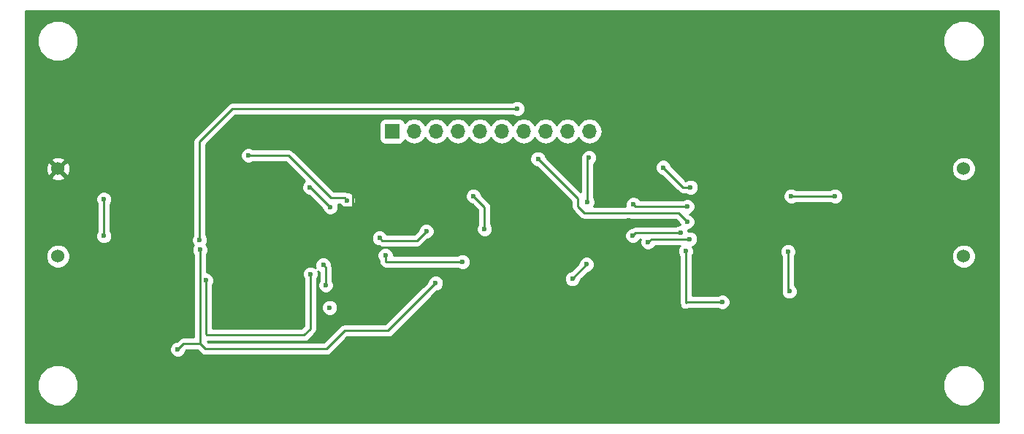
<source format=gbr>
G04 #@! TF.FileFunction,Copper,L2,Bot,Signal*
%FSLAX46Y46*%
G04 Gerber Fmt 4.6, Leading zero omitted, Abs format (unit mm)*
G04 Created by KiCad (PCBNEW 4.0.7) date Sunday, December 31, 2017 'PMt' 04:52:57 PM*
%MOMM*%
%LPD*%
G01*
G04 APERTURE LIST*
%ADD10C,0.100000*%
%ADD11R,1.700000X1.700000*%
%ADD12O,1.700000X1.700000*%
%ADD13C,1.524000*%
%ADD14C,0.600000*%
%ADD15C,0.250000*%
%ADD16C,0.254000*%
G04 APERTURE END LIST*
D10*
D11*
X113760000Y-105500000D03*
D12*
X116300000Y-105500000D03*
X118840000Y-105500000D03*
X121380000Y-105500000D03*
X123920000Y-105500000D03*
X126460000Y-105500000D03*
X129000000Y-105500000D03*
X131540000Y-105500000D03*
X134080000Y-105500000D03*
X136620000Y-105500000D03*
D13*
X75000000Y-120000000D03*
X75000000Y-109840000D03*
X180000000Y-120000000D03*
X180000000Y-109840000D03*
D14*
X88900000Y-130810000D03*
X104272080Y-122062240D03*
X92148660Y-122806460D03*
X118788180Y-123134120D03*
X91457780Y-119250460D03*
X78740000Y-111760000D03*
X78740000Y-118110000D03*
X104140000Y-119380000D03*
X141183360Y-115849400D03*
X130957320Y-118541800D03*
X116022120Y-117342920D03*
X108102400Y-110865920D03*
X159786320Y-124073920D03*
X159633920Y-119461280D03*
X80330040Y-117645180D03*
X80330040Y-113388140D03*
X106512360Y-125958600D03*
X136570720Y-108544360D03*
X136342120Y-113695480D03*
X136291320Y-120954800D03*
X134650480Y-122621040D03*
X128270000Y-102870000D03*
X91440000Y-118110000D03*
X123190000Y-113030000D03*
X124460000Y-116840000D03*
X147944840Y-116001800D03*
X130652520Y-108701840D03*
X141721840Y-114005360D03*
X147944840Y-114233960D03*
X152013920Y-125323600D03*
X147782280Y-119390160D03*
X165100000Y-113030000D03*
X160020000Y-113030000D03*
X97099120Y-108290360D03*
X117718840Y-117094000D03*
X112288320Y-117891560D03*
X108549440Y-113507520D03*
X147177760Y-117307360D03*
X141645640Y-117617240D03*
X148330920Y-112003840D03*
X145181320Y-109697520D03*
X148254720Y-118003320D03*
X143413480Y-118384320D03*
X105760520Y-121031000D03*
X106060240Y-123372880D03*
X121920000Y-120650000D03*
X112958719Y-119903837D03*
X112958719Y-119903837D03*
X104190800Y-112001300D03*
X106583480Y-114310160D03*
D15*
X88900000Y-130810000D02*
X89565480Y-130144520D01*
X89565480Y-130144520D02*
X91457780Y-130144520D01*
X103530400Y-129156460D02*
X104272080Y-128414780D01*
X104272080Y-128414780D02*
X104272080Y-122062240D01*
X92232480Y-129156460D02*
X103530400Y-129156460D01*
X92148660Y-129072640D02*
X92232480Y-129156460D01*
X92148660Y-122806460D02*
X92148660Y-129072640D01*
X108224320Y-128653540D02*
X113268760Y-128653540D01*
X113268760Y-128653540D02*
X118788180Y-123134120D01*
X92082620Y-130769360D02*
X106108500Y-130769360D01*
X106108500Y-130769360D02*
X108224320Y-128653540D01*
X91457780Y-130144520D02*
X92082620Y-130769360D01*
X91457780Y-119250460D02*
X91457780Y-130144520D01*
X78740000Y-118110000D02*
X78740000Y-111760000D01*
X109220000Y-114300000D02*
X109220000Y-111983520D01*
X109220000Y-111983520D02*
X108102400Y-110865920D01*
X107950000Y-114300000D02*
X109220000Y-114300000D01*
X106680000Y-115570000D02*
X107950000Y-114300000D01*
X104140000Y-115570000D02*
X106680000Y-115570000D01*
X104140000Y-119380000D02*
X104140000Y-115570000D01*
X133263640Y-118308120D02*
X135722360Y-115849400D01*
X135722360Y-115849400D02*
X141183360Y-115849400D01*
X131615264Y-118308120D02*
X133263640Y-118308120D01*
X130957320Y-118541800D02*
X131381584Y-118541800D01*
X131381584Y-118541800D02*
X131615264Y-118308120D01*
X112090200Y-116098320D02*
X113334800Y-117342920D01*
X113334800Y-117342920D02*
X116022120Y-117342920D01*
X112090200Y-114853720D02*
X112090200Y-116098320D01*
X108102400Y-110865920D02*
X112090200Y-114853720D01*
X159633920Y-119461280D02*
X159633920Y-123921520D01*
X159633920Y-123921520D02*
X159786320Y-124073920D01*
X80330040Y-113388140D02*
X80330040Y-117645180D01*
X136342120Y-113695480D02*
X136342120Y-108772960D01*
X136342120Y-108772960D02*
X136570720Y-108544360D01*
X134650480Y-122621040D02*
X134650480Y-122595640D01*
X134650480Y-122595640D02*
X136291320Y-120954800D01*
X91440000Y-106680000D02*
X95250000Y-102870000D01*
X95250000Y-102870000D02*
X128270000Y-102870000D01*
X91440000Y-109220000D02*
X91440000Y-106680000D01*
X91440000Y-118110000D02*
X91440000Y-109220000D01*
X124460000Y-116840000D02*
X124460000Y-114300000D01*
X124460000Y-114300000D02*
X123190000Y-113030000D01*
X146872960Y-115006120D02*
X146949160Y-115006120D01*
X146949160Y-115006120D02*
X147944840Y-116001800D01*
X136037320Y-115006120D02*
X146872960Y-115006120D01*
X135265160Y-114233960D02*
X136037320Y-115006120D01*
X135265160Y-113314480D02*
X135265160Y-114233960D01*
X130652520Y-108701840D02*
X135265160Y-113314480D01*
X147944840Y-114233960D02*
X141950440Y-114233960D01*
X141950440Y-114233960D02*
X141721840Y-114005360D01*
X147782280Y-125430280D02*
X147888960Y-125323600D01*
X147888960Y-125323600D02*
X152013920Y-125323600D01*
X147782280Y-119390160D02*
X147782280Y-125430280D01*
X160020000Y-113030000D02*
X165100000Y-113030000D01*
X106634001Y-113207521D02*
X101716840Y-108290360D01*
X101716840Y-108290360D02*
X97099120Y-108290360D01*
X108549440Y-113507520D02*
X108249441Y-113207521D01*
X108249441Y-113207521D02*
X106634001Y-113207521D01*
X112288320Y-117891560D02*
X112588319Y-118191559D01*
X112588319Y-118191559D02*
X116621281Y-118191559D01*
X116621281Y-118191559D02*
X117718840Y-117094000D01*
X108397040Y-113355120D02*
X108549440Y-113507520D01*
X141645640Y-117617240D02*
X141955520Y-117307360D01*
X141955520Y-117307360D02*
X147177760Y-117307360D01*
X145181320Y-109697520D02*
X147487640Y-112003840D01*
X147487640Y-112003840D02*
X148330920Y-112003840D01*
X143413480Y-118384320D02*
X143794480Y-118003320D01*
X143794480Y-118003320D02*
X148254720Y-118003320D01*
X106060240Y-123372880D02*
X106060240Y-121330720D01*
X106060240Y-121330720D02*
X105760520Y-121031000D01*
X112958719Y-120578719D02*
X113030000Y-120650000D01*
X113030000Y-120650000D02*
X121920000Y-120650000D01*
X112958719Y-119903837D02*
X112958719Y-120578719D01*
X106583480Y-114310160D02*
X104274620Y-112001300D01*
X104274620Y-112001300D02*
X104190800Y-112001300D01*
D16*
G36*
X184023000Y-139315000D02*
X71247000Y-139315000D01*
X71247000Y-135472325D01*
X72614587Y-135472325D01*
X72976916Y-136349229D01*
X73647242Y-137020726D01*
X74523513Y-137384585D01*
X75472325Y-137385413D01*
X76349229Y-137023084D01*
X77020726Y-136352758D01*
X77384585Y-135476487D01*
X77384588Y-135472325D01*
X177614587Y-135472325D01*
X177976916Y-136349229D01*
X178647242Y-137020726D01*
X179523513Y-137384585D01*
X180472325Y-137385413D01*
X181349229Y-137023084D01*
X182020726Y-136352758D01*
X182384585Y-135476487D01*
X182385413Y-134527675D01*
X182023084Y-133650771D01*
X181352758Y-132979274D01*
X180476487Y-132615415D01*
X179527675Y-132614587D01*
X178650771Y-132976916D01*
X177979274Y-133647242D01*
X177615415Y-134523513D01*
X177614587Y-135472325D01*
X77384588Y-135472325D01*
X77385413Y-134527675D01*
X77023084Y-133650771D01*
X76352758Y-132979274D01*
X75476487Y-132615415D01*
X74527675Y-132614587D01*
X73650771Y-132976916D01*
X72979274Y-133647242D01*
X72615415Y-134523513D01*
X72614587Y-135472325D01*
X71247000Y-135472325D01*
X71247000Y-130995167D01*
X87964838Y-130995167D01*
X88106883Y-131338943D01*
X88369673Y-131602192D01*
X88713201Y-131744838D01*
X89085167Y-131745162D01*
X89428943Y-131603117D01*
X89692192Y-131340327D01*
X89834838Y-130996799D01*
X89834879Y-130949923D01*
X89880282Y-130904520D01*
X91142978Y-130904520D01*
X91545219Y-131306761D01*
X91791780Y-131471508D01*
X92082620Y-131529360D01*
X106108500Y-131529360D01*
X106399339Y-131471508D01*
X106645901Y-131306761D01*
X108539122Y-129413540D01*
X113268760Y-129413540D01*
X113559599Y-129355688D01*
X113806161Y-129190941D01*
X118927860Y-124069242D01*
X118973347Y-124069282D01*
X119317123Y-123927237D01*
X119580372Y-123664447D01*
X119723018Y-123320919D01*
X119723342Y-122948953D01*
X119664361Y-122806207D01*
X133715318Y-122806207D01*
X133857363Y-123149983D01*
X134120153Y-123413232D01*
X134463681Y-123555878D01*
X134835647Y-123556202D01*
X135179423Y-123414157D01*
X135442672Y-123151367D01*
X135585318Y-122807839D01*
X135585381Y-122735541D01*
X136431000Y-121889922D01*
X136476487Y-121889962D01*
X136820263Y-121747917D01*
X137083512Y-121485127D01*
X137226158Y-121141599D01*
X137226482Y-120769633D01*
X137084437Y-120425857D01*
X136821647Y-120162608D01*
X136478119Y-120019962D01*
X136106153Y-120019638D01*
X135762377Y-120161683D01*
X135499128Y-120424473D01*
X135356482Y-120768001D01*
X135356441Y-120814877D01*
X134485422Y-121685896D01*
X134465313Y-121685878D01*
X134121537Y-121827923D01*
X133858288Y-122090713D01*
X133715642Y-122434241D01*
X133715318Y-122806207D01*
X119664361Y-122806207D01*
X119581297Y-122605177D01*
X119318507Y-122341928D01*
X118974979Y-122199282D01*
X118603013Y-122198958D01*
X118259237Y-122341003D01*
X117995988Y-122603793D01*
X117853342Y-122947321D01*
X117853301Y-122994197D01*
X112953958Y-127893540D01*
X108224320Y-127893540D01*
X107933480Y-127951392D01*
X107686919Y-128116139D01*
X105793698Y-130009360D01*
X92397422Y-130009360D01*
X92304522Y-129916460D01*
X103530400Y-129916460D01*
X103821239Y-129858608D01*
X104067801Y-129693861D01*
X104809481Y-128952181D01*
X104974228Y-128705619D01*
X105032080Y-128414780D01*
X105032080Y-126143767D01*
X105577198Y-126143767D01*
X105719243Y-126487543D01*
X105982033Y-126750792D01*
X106325561Y-126893438D01*
X106697527Y-126893762D01*
X107041303Y-126751717D01*
X107304552Y-126488927D01*
X107447198Y-126145399D01*
X107447522Y-125773433D01*
X107305477Y-125429657D01*
X107042687Y-125166408D01*
X106699159Y-125023762D01*
X106327193Y-125023438D01*
X105983417Y-125165483D01*
X105720168Y-125428273D01*
X105577522Y-125771801D01*
X105577198Y-126143767D01*
X105032080Y-126143767D01*
X105032080Y-122624703D01*
X105064272Y-122592567D01*
X105206918Y-122249039D01*
X105207242Y-121877073D01*
X105153047Y-121745912D01*
X105230193Y-121823192D01*
X105300240Y-121852278D01*
X105300240Y-122810417D01*
X105268048Y-122842553D01*
X105125402Y-123186081D01*
X105125078Y-123558047D01*
X105267123Y-123901823D01*
X105529913Y-124165072D01*
X105873441Y-124307718D01*
X106245407Y-124308042D01*
X106589183Y-124165997D01*
X106852432Y-123903207D01*
X106995078Y-123559679D01*
X106995402Y-123187713D01*
X106853357Y-122843937D01*
X106820240Y-122810762D01*
X106820240Y-121330720D01*
X106762388Y-121039881D01*
X106695600Y-120939925D01*
X106695682Y-120845833D01*
X106553637Y-120502057D01*
X106290847Y-120238808D01*
X105947319Y-120096162D01*
X105575353Y-120095838D01*
X105231577Y-120237883D01*
X104968328Y-120500673D01*
X104825682Y-120844201D01*
X104825358Y-121216167D01*
X104879553Y-121347328D01*
X104802407Y-121270048D01*
X104458879Y-121127402D01*
X104086913Y-121127078D01*
X103743137Y-121269123D01*
X103479888Y-121531913D01*
X103337242Y-121875441D01*
X103336918Y-122247407D01*
X103478963Y-122591183D01*
X103512080Y-122624358D01*
X103512080Y-128099978D01*
X103215598Y-128396460D01*
X92908660Y-128396460D01*
X92908660Y-123368923D01*
X92940852Y-123336787D01*
X93083498Y-122993259D01*
X93083822Y-122621293D01*
X92941777Y-122277517D01*
X92678987Y-122014268D01*
X92335459Y-121871622D01*
X92217780Y-121871519D01*
X92217780Y-120089004D01*
X112023557Y-120089004D01*
X112165602Y-120432780D01*
X112198719Y-120465955D01*
X112198719Y-120578719D01*
X112256571Y-120869558D01*
X112421318Y-121116120D01*
X112492599Y-121187401D01*
X112739161Y-121352148D01*
X113030000Y-121410000D01*
X121357537Y-121410000D01*
X121389673Y-121442192D01*
X121733201Y-121584838D01*
X122105167Y-121585162D01*
X122448943Y-121443117D01*
X122712192Y-121180327D01*
X122854838Y-120836799D01*
X122855162Y-120464833D01*
X122713117Y-120121057D01*
X122450327Y-119857808D01*
X122106799Y-119715162D01*
X121734833Y-119714838D01*
X121391057Y-119856883D01*
X121357882Y-119890000D01*
X113893732Y-119890000D01*
X113893881Y-119718670D01*
X113751836Y-119374894D01*
X113489046Y-119111645D01*
X113145518Y-118968999D01*
X112773552Y-118968675D01*
X112429776Y-119110720D01*
X112166527Y-119373510D01*
X112023881Y-119717038D01*
X112023557Y-120089004D01*
X92217780Y-120089004D01*
X92217780Y-119812923D01*
X92249972Y-119780787D01*
X92392618Y-119437259D01*
X92392942Y-119065293D01*
X92250897Y-118721517D01*
X92200966Y-118671499D01*
X92232192Y-118640327D01*
X92374838Y-118296799D01*
X92375029Y-118076727D01*
X111353158Y-118076727D01*
X111495203Y-118420503D01*
X111757993Y-118683752D01*
X112101521Y-118826398D01*
X112196869Y-118826481D01*
X112297480Y-118893707D01*
X112588319Y-118951559D01*
X116621281Y-118951559D01*
X116912120Y-118893707D01*
X117158682Y-118728960D01*
X117858520Y-118029122D01*
X117904007Y-118029162D01*
X118247783Y-117887117D01*
X118511032Y-117624327D01*
X118653678Y-117280799D01*
X118654002Y-116908833D01*
X118511957Y-116565057D01*
X118249167Y-116301808D01*
X117905639Y-116159162D01*
X117533673Y-116158838D01*
X117189897Y-116300883D01*
X116926648Y-116563673D01*
X116784002Y-116907201D01*
X116783961Y-116954077D01*
X116306479Y-117431559D01*
X113109923Y-117431559D01*
X113081437Y-117362617D01*
X112818647Y-117099368D01*
X112475119Y-116956722D01*
X112103153Y-116956398D01*
X111759377Y-117098443D01*
X111496128Y-117361233D01*
X111353482Y-117704761D01*
X111353158Y-118076727D01*
X92375029Y-118076727D01*
X92375162Y-117924833D01*
X92233117Y-117581057D01*
X92200000Y-117547882D01*
X92200000Y-108475527D01*
X96163958Y-108475527D01*
X96306003Y-108819303D01*
X96568793Y-109082552D01*
X96912321Y-109225198D01*
X97284287Y-109225522D01*
X97628063Y-109083477D01*
X97661238Y-109050360D01*
X101402038Y-109050360D01*
X103610815Y-111259137D01*
X103398608Y-111470973D01*
X103255962Y-111814501D01*
X103255638Y-112186467D01*
X103397683Y-112530243D01*
X103660473Y-112793492D01*
X104004001Y-112936138D01*
X104134770Y-112936252D01*
X105648358Y-114449840D01*
X105648318Y-114495327D01*
X105790363Y-114839103D01*
X106053153Y-115102352D01*
X106396681Y-115244998D01*
X106768647Y-115245322D01*
X107112423Y-115103277D01*
X107375672Y-114840487D01*
X107518318Y-114496959D01*
X107518642Y-114124993D01*
X107453576Y-113967521D01*
X107727837Y-113967521D01*
X107756323Y-114036463D01*
X108019113Y-114299712D01*
X108362641Y-114442358D01*
X108734607Y-114442682D01*
X109078383Y-114300637D01*
X109341632Y-114037847D01*
X109484278Y-113694319D01*
X109484602Y-113322353D01*
X109440314Y-113215167D01*
X122254838Y-113215167D01*
X122396883Y-113558943D01*
X122659673Y-113822192D01*
X123003201Y-113964838D01*
X123050077Y-113964879D01*
X123700000Y-114614802D01*
X123700000Y-116277537D01*
X123667808Y-116309673D01*
X123525162Y-116653201D01*
X123524838Y-117025167D01*
X123666883Y-117368943D01*
X123929673Y-117632192D01*
X124273201Y-117774838D01*
X124645167Y-117775162D01*
X124988943Y-117633117D01*
X125252192Y-117370327D01*
X125394838Y-117026799D01*
X125395162Y-116654833D01*
X125253117Y-116311057D01*
X125220000Y-116277882D01*
X125220000Y-114300000D01*
X125175141Y-114074480D01*
X125162148Y-114009160D01*
X124997401Y-113762599D01*
X124125122Y-112890320D01*
X124125162Y-112844833D01*
X123983117Y-112501057D01*
X123720327Y-112237808D01*
X123376799Y-112095162D01*
X123004833Y-112094838D01*
X122661057Y-112236883D01*
X122397808Y-112499673D01*
X122255162Y-112843201D01*
X122254838Y-113215167D01*
X109440314Y-113215167D01*
X109342557Y-112978577D01*
X109079767Y-112715328D01*
X108736239Y-112572682D01*
X108640891Y-112572599D01*
X108540280Y-112505373D01*
X108249441Y-112447521D01*
X106948803Y-112447521D01*
X103388289Y-108887007D01*
X129717358Y-108887007D01*
X129859403Y-109230783D01*
X130122193Y-109494032D01*
X130465721Y-109636678D01*
X130512597Y-109636719D01*
X134505160Y-113629282D01*
X134505160Y-114233960D01*
X134563012Y-114524799D01*
X134727759Y-114771361D01*
X135499919Y-115543521D01*
X135746481Y-115708268D01*
X136037320Y-115766120D01*
X146634358Y-115766120D01*
X147009718Y-116141480D01*
X147009678Y-116186967D01*
X147086247Y-116372280D01*
X146992593Y-116372198D01*
X146648817Y-116514243D01*
X146615642Y-116547360D01*
X141955520Y-116547360D01*
X141664681Y-116605212D01*
X141664679Y-116605213D01*
X141664680Y-116605213D01*
X141549526Y-116682156D01*
X141460473Y-116682078D01*
X141116697Y-116824123D01*
X140853448Y-117086913D01*
X140710802Y-117430441D01*
X140710478Y-117802407D01*
X140852523Y-118146183D01*
X141115313Y-118409432D01*
X141458841Y-118552078D01*
X141830807Y-118552402D01*
X142174583Y-118410357D01*
X142437832Y-118147567D01*
X142471137Y-118067360D01*
X142532690Y-118067360D01*
X142478642Y-118197521D01*
X142478318Y-118569487D01*
X142620363Y-118913263D01*
X142883153Y-119176512D01*
X143226681Y-119319158D01*
X143598647Y-119319482D01*
X143942423Y-119177437D01*
X144205672Y-118914647D01*
X144268509Y-118763320D01*
X147086770Y-118763320D01*
X146990088Y-118859833D01*
X146847442Y-119203361D01*
X146847118Y-119575327D01*
X146989163Y-119919103D01*
X147022280Y-119952278D01*
X147022280Y-125430280D01*
X147080132Y-125721119D01*
X147244879Y-125967681D01*
X147491441Y-126132428D01*
X147782280Y-126190280D01*
X148073119Y-126132428D01*
X148146195Y-126083600D01*
X151451457Y-126083600D01*
X151483593Y-126115792D01*
X151827121Y-126258438D01*
X152199087Y-126258762D01*
X152542863Y-126116717D01*
X152806112Y-125853927D01*
X152948758Y-125510399D01*
X152949082Y-125138433D01*
X152807037Y-124794657D01*
X152544247Y-124531408D01*
X152200719Y-124388762D01*
X151828753Y-124388438D01*
X151484977Y-124530483D01*
X151451802Y-124563600D01*
X148542280Y-124563600D01*
X148542280Y-119952623D01*
X148574472Y-119920487D01*
X148688263Y-119646447D01*
X158698758Y-119646447D01*
X158840803Y-119990223D01*
X158873920Y-120023398D01*
X158873920Y-123833085D01*
X158851482Y-123887121D01*
X158851158Y-124259087D01*
X158993203Y-124602863D01*
X159255993Y-124866112D01*
X159599521Y-125008758D01*
X159971487Y-125009082D01*
X160315263Y-124867037D01*
X160578512Y-124604247D01*
X160721158Y-124260719D01*
X160721482Y-123888753D01*
X160579437Y-123544977D01*
X160393920Y-123359136D01*
X160393920Y-120276661D01*
X178602758Y-120276661D01*
X178814990Y-120790303D01*
X179207630Y-121183629D01*
X179720900Y-121396757D01*
X180276661Y-121397242D01*
X180790303Y-121185010D01*
X181183629Y-120792370D01*
X181396757Y-120279100D01*
X181397242Y-119723339D01*
X181185010Y-119209697D01*
X180792370Y-118816371D01*
X180279100Y-118603243D01*
X179723339Y-118602758D01*
X179209697Y-118814990D01*
X178816371Y-119207630D01*
X178603243Y-119720900D01*
X178602758Y-120276661D01*
X160393920Y-120276661D01*
X160393920Y-120023743D01*
X160426112Y-119991607D01*
X160568758Y-119648079D01*
X160569082Y-119276113D01*
X160427037Y-118932337D01*
X160164247Y-118669088D01*
X159820719Y-118526442D01*
X159448753Y-118526118D01*
X159104977Y-118668163D01*
X158841728Y-118930953D01*
X158699082Y-119274481D01*
X158698758Y-119646447D01*
X148688263Y-119646447D01*
X148717118Y-119576959D01*
X148717442Y-119204993D01*
X148582905Y-118879388D01*
X148783663Y-118796437D01*
X149046912Y-118533647D01*
X149189558Y-118190119D01*
X149189882Y-117818153D01*
X149047837Y-117474377D01*
X148785047Y-117211128D01*
X148441519Y-117068482D01*
X148090603Y-117068176D01*
X148036353Y-116936880D01*
X148130007Y-116936962D01*
X148473783Y-116794917D01*
X148737032Y-116532127D01*
X148879678Y-116188599D01*
X148880002Y-115816633D01*
X148737957Y-115472857D01*
X148475167Y-115209608D01*
X148254143Y-115117830D01*
X148473783Y-115027077D01*
X148737032Y-114764287D01*
X148879678Y-114420759D01*
X148880002Y-114048793D01*
X148737957Y-113705017D01*
X148475167Y-113441768D01*
X148131639Y-113299122D01*
X147759673Y-113298798D01*
X147415897Y-113440843D01*
X147382722Y-113473960D01*
X142512504Y-113473960D01*
X142254163Y-113215167D01*
X159084838Y-113215167D01*
X159226883Y-113558943D01*
X159489673Y-113822192D01*
X159833201Y-113964838D01*
X160205167Y-113965162D01*
X160548943Y-113823117D01*
X160582118Y-113790000D01*
X164537537Y-113790000D01*
X164569673Y-113822192D01*
X164913201Y-113964838D01*
X165285167Y-113965162D01*
X165628943Y-113823117D01*
X165892192Y-113560327D01*
X166034838Y-113216799D01*
X166035162Y-112844833D01*
X165893117Y-112501057D01*
X165630327Y-112237808D01*
X165286799Y-112095162D01*
X164914833Y-112094838D01*
X164571057Y-112236883D01*
X164537882Y-112270000D01*
X160582463Y-112270000D01*
X160550327Y-112237808D01*
X160206799Y-112095162D01*
X159834833Y-112094838D01*
X159491057Y-112236883D01*
X159227808Y-112499673D01*
X159085162Y-112843201D01*
X159084838Y-113215167D01*
X142254163Y-113215167D01*
X142252167Y-113213168D01*
X141908639Y-113070522D01*
X141536673Y-113070198D01*
X141192897Y-113212243D01*
X140929648Y-113475033D01*
X140787002Y-113818561D01*
X140786678Y-114190527D01*
X140809649Y-114246120D01*
X137113964Y-114246120D01*
X137134312Y-114225807D01*
X137276958Y-113882279D01*
X137277282Y-113510313D01*
X137135237Y-113166537D01*
X137102120Y-113133362D01*
X137102120Y-109882687D01*
X144246158Y-109882687D01*
X144388203Y-110226463D01*
X144650993Y-110489712D01*
X144994521Y-110632358D01*
X145041397Y-110632399D01*
X146950239Y-112541241D01*
X147196801Y-112705988D01*
X147487640Y-112763840D01*
X147768457Y-112763840D01*
X147800593Y-112796032D01*
X148144121Y-112938678D01*
X148516087Y-112939002D01*
X148859863Y-112796957D01*
X149123112Y-112534167D01*
X149265758Y-112190639D01*
X149266082Y-111818673D01*
X149124037Y-111474897D01*
X148861247Y-111211648D01*
X148517719Y-111069002D01*
X148145753Y-111068678D01*
X147801977Y-111210723D01*
X147785637Y-111227035D01*
X146675263Y-110116661D01*
X178602758Y-110116661D01*
X178814990Y-110630303D01*
X179207630Y-111023629D01*
X179720900Y-111236757D01*
X180276661Y-111237242D01*
X180790303Y-111025010D01*
X181183629Y-110632370D01*
X181396757Y-110119100D01*
X181397242Y-109563339D01*
X181185010Y-109049697D01*
X180792370Y-108656371D01*
X180279100Y-108443243D01*
X179723339Y-108442758D01*
X179209697Y-108654990D01*
X178816371Y-109047630D01*
X178603243Y-109560900D01*
X178602758Y-110116661D01*
X146675263Y-110116661D01*
X146116442Y-109557840D01*
X146116482Y-109512353D01*
X145974437Y-109168577D01*
X145711647Y-108905328D01*
X145368119Y-108762682D01*
X144996153Y-108762358D01*
X144652377Y-108904403D01*
X144389128Y-109167193D01*
X144246482Y-109510721D01*
X144246158Y-109882687D01*
X137102120Y-109882687D01*
X137102120Y-109335024D01*
X137362912Y-109074687D01*
X137505558Y-108731159D01*
X137505882Y-108359193D01*
X137363837Y-108015417D01*
X137101047Y-107752168D01*
X136757519Y-107609522D01*
X136385553Y-107609198D01*
X136041777Y-107751243D01*
X135778528Y-108014033D01*
X135635882Y-108357561D01*
X135635755Y-108503321D01*
X135582120Y-108772960D01*
X135582120Y-112556638D01*
X131587642Y-108562160D01*
X131587682Y-108516673D01*
X131445637Y-108172897D01*
X131182847Y-107909648D01*
X130839319Y-107767002D01*
X130467353Y-107766678D01*
X130123577Y-107908723D01*
X129860328Y-108171513D01*
X129717682Y-108515041D01*
X129717358Y-108887007D01*
X103388289Y-108887007D01*
X102254241Y-107752959D01*
X102007679Y-107588212D01*
X101716840Y-107530360D01*
X97661583Y-107530360D01*
X97629447Y-107498168D01*
X97285919Y-107355522D01*
X96913953Y-107355198D01*
X96570177Y-107497243D01*
X96306928Y-107760033D01*
X96164282Y-108103561D01*
X96163958Y-108475527D01*
X92200000Y-108475527D01*
X92200000Y-106994802D01*
X94544802Y-104650000D01*
X112262560Y-104650000D01*
X112262560Y-106350000D01*
X112306838Y-106585317D01*
X112445910Y-106801441D01*
X112658110Y-106946431D01*
X112910000Y-106997440D01*
X114610000Y-106997440D01*
X114845317Y-106953162D01*
X115061441Y-106814090D01*
X115206431Y-106601890D01*
X115220086Y-106534459D01*
X115249946Y-106579147D01*
X115731715Y-106901054D01*
X116300000Y-107014093D01*
X116868285Y-106901054D01*
X117350054Y-106579147D01*
X117570000Y-106249974D01*
X117789946Y-106579147D01*
X118271715Y-106901054D01*
X118840000Y-107014093D01*
X119408285Y-106901054D01*
X119890054Y-106579147D01*
X120110000Y-106249974D01*
X120329946Y-106579147D01*
X120811715Y-106901054D01*
X121380000Y-107014093D01*
X121948285Y-106901054D01*
X122430054Y-106579147D01*
X122650000Y-106249974D01*
X122869946Y-106579147D01*
X123351715Y-106901054D01*
X123920000Y-107014093D01*
X124488285Y-106901054D01*
X124970054Y-106579147D01*
X125190000Y-106249974D01*
X125409946Y-106579147D01*
X125891715Y-106901054D01*
X126460000Y-107014093D01*
X127028285Y-106901054D01*
X127510054Y-106579147D01*
X127730000Y-106249974D01*
X127949946Y-106579147D01*
X128431715Y-106901054D01*
X129000000Y-107014093D01*
X129568285Y-106901054D01*
X130050054Y-106579147D01*
X130270000Y-106249974D01*
X130489946Y-106579147D01*
X130971715Y-106901054D01*
X131540000Y-107014093D01*
X132108285Y-106901054D01*
X132590054Y-106579147D01*
X132810000Y-106249974D01*
X133029946Y-106579147D01*
X133511715Y-106901054D01*
X134080000Y-107014093D01*
X134648285Y-106901054D01*
X135130054Y-106579147D01*
X135350000Y-106249974D01*
X135569946Y-106579147D01*
X136051715Y-106901054D01*
X136620000Y-107014093D01*
X137188285Y-106901054D01*
X137670054Y-106579147D01*
X137991961Y-106097378D01*
X138105000Y-105529093D01*
X138105000Y-105470907D01*
X137991961Y-104902622D01*
X137670054Y-104420853D01*
X137188285Y-104098946D01*
X136620000Y-103985907D01*
X136051715Y-104098946D01*
X135569946Y-104420853D01*
X135350000Y-104750026D01*
X135130054Y-104420853D01*
X134648285Y-104098946D01*
X134080000Y-103985907D01*
X133511715Y-104098946D01*
X133029946Y-104420853D01*
X132810000Y-104750026D01*
X132590054Y-104420853D01*
X132108285Y-104098946D01*
X131540000Y-103985907D01*
X130971715Y-104098946D01*
X130489946Y-104420853D01*
X130270000Y-104750026D01*
X130050054Y-104420853D01*
X129568285Y-104098946D01*
X129000000Y-103985907D01*
X128431715Y-104098946D01*
X127949946Y-104420853D01*
X127730000Y-104750026D01*
X127510054Y-104420853D01*
X127028285Y-104098946D01*
X126460000Y-103985907D01*
X125891715Y-104098946D01*
X125409946Y-104420853D01*
X125190000Y-104750026D01*
X124970054Y-104420853D01*
X124488285Y-104098946D01*
X123920000Y-103985907D01*
X123351715Y-104098946D01*
X122869946Y-104420853D01*
X122650000Y-104750026D01*
X122430054Y-104420853D01*
X121948285Y-104098946D01*
X121380000Y-103985907D01*
X120811715Y-104098946D01*
X120329946Y-104420853D01*
X120110000Y-104750026D01*
X119890054Y-104420853D01*
X119408285Y-104098946D01*
X118840000Y-103985907D01*
X118271715Y-104098946D01*
X117789946Y-104420853D01*
X117570000Y-104750026D01*
X117350054Y-104420853D01*
X116868285Y-104098946D01*
X116300000Y-103985907D01*
X115731715Y-104098946D01*
X115249946Y-104420853D01*
X115222150Y-104462452D01*
X115213162Y-104414683D01*
X115074090Y-104198559D01*
X114861890Y-104053569D01*
X114610000Y-104002560D01*
X112910000Y-104002560D01*
X112674683Y-104046838D01*
X112458559Y-104185910D01*
X112313569Y-104398110D01*
X112262560Y-104650000D01*
X94544802Y-104650000D01*
X95564802Y-103630000D01*
X127707537Y-103630000D01*
X127739673Y-103662192D01*
X128083201Y-103804838D01*
X128455167Y-103805162D01*
X128798943Y-103663117D01*
X129062192Y-103400327D01*
X129204838Y-103056799D01*
X129205162Y-102684833D01*
X129063117Y-102341057D01*
X128800327Y-102077808D01*
X128456799Y-101935162D01*
X128084833Y-101934838D01*
X127741057Y-102076883D01*
X127707882Y-102110000D01*
X95250000Y-102110000D01*
X94959161Y-102167852D01*
X94712599Y-102332599D01*
X90902599Y-106142599D01*
X90737852Y-106389161D01*
X90680000Y-106680000D01*
X90680000Y-117547537D01*
X90647808Y-117579673D01*
X90505162Y-117923201D01*
X90504838Y-118295167D01*
X90646883Y-118638943D01*
X90696814Y-118688961D01*
X90665588Y-118720133D01*
X90522942Y-119063661D01*
X90522618Y-119435627D01*
X90664663Y-119779403D01*
X90697780Y-119812578D01*
X90697780Y-129384520D01*
X89565480Y-129384520D01*
X89274641Y-129442372D01*
X89028079Y-129607119D01*
X88760320Y-129874878D01*
X88714833Y-129874838D01*
X88371057Y-130016883D01*
X88107808Y-130279673D01*
X87965162Y-130623201D01*
X87964838Y-130995167D01*
X71247000Y-130995167D01*
X71247000Y-120276661D01*
X73602758Y-120276661D01*
X73814990Y-120790303D01*
X74207630Y-121183629D01*
X74720900Y-121396757D01*
X75276661Y-121397242D01*
X75790303Y-121185010D01*
X76183629Y-120792370D01*
X76396757Y-120279100D01*
X76397242Y-119723339D01*
X76185010Y-119209697D01*
X75792370Y-118816371D01*
X75279100Y-118603243D01*
X74723339Y-118602758D01*
X74209697Y-118814990D01*
X73816371Y-119207630D01*
X73603243Y-119720900D01*
X73602758Y-120276661D01*
X71247000Y-120276661D01*
X71247000Y-113573307D01*
X79394878Y-113573307D01*
X79536923Y-113917083D01*
X79570040Y-113950258D01*
X79570040Y-117082717D01*
X79537848Y-117114853D01*
X79395202Y-117458381D01*
X79394878Y-117830347D01*
X79536923Y-118174123D01*
X79799713Y-118437372D01*
X80143241Y-118580018D01*
X80515207Y-118580342D01*
X80858983Y-118438297D01*
X81122232Y-118175507D01*
X81264878Y-117831979D01*
X81265202Y-117460013D01*
X81123157Y-117116237D01*
X81090040Y-117083062D01*
X81090040Y-113950603D01*
X81122232Y-113918467D01*
X81264878Y-113574939D01*
X81265202Y-113202973D01*
X81123157Y-112859197D01*
X80860367Y-112595948D01*
X80516839Y-112453302D01*
X80144873Y-112452978D01*
X79801097Y-112595023D01*
X79537848Y-112857813D01*
X79395202Y-113201341D01*
X79394878Y-113573307D01*
X71247000Y-113573307D01*
X71247000Y-110820213D01*
X74199392Y-110820213D01*
X74268857Y-111062397D01*
X74792302Y-111249144D01*
X75347368Y-111221362D01*
X75731143Y-111062397D01*
X75800608Y-110820213D01*
X75000000Y-110019605D01*
X74199392Y-110820213D01*
X71247000Y-110820213D01*
X71247000Y-109632302D01*
X73590856Y-109632302D01*
X73618638Y-110187368D01*
X73777603Y-110571143D01*
X74019787Y-110640608D01*
X74820395Y-109840000D01*
X75179605Y-109840000D01*
X75980213Y-110640608D01*
X76222397Y-110571143D01*
X76409144Y-110047698D01*
X76381362Y-109492632D01*
X76222397Y-109108857D01*
X75980213Y-109039392D01*
X75179605Y-109840000D01*
X74820395Y-109840000D01*
X74019787Y-109039392D01*
X73777603Y-109108857D01*
X73590856Y-109632302D01*
X71247000Y-109632302D01*
X71247000Y-108859787D01*
X74199392Y-108859787D01*
X75000000Y-109660395D01*
X75800608Y-108859787D01*
X75731143Y-108617603D01*
X75207698Y-108430856D01*
X74652632Y-108458638D01*
X74268857Y-108617603D01*
X74199392Y-108859787D01*
X71247000Y-108859787D01*
X71247000Y-95472325D01*
X72614587Y-95472325D01*
X72976916Y-96349229D01*
X73647242Y-97020726D01*
X74523513Y-97384585D01*
X75472325Y-97385413D01*
X76349229Y-97023084D01*
X77020726Y-96352758D01*
X77384585Y-95476487D01*
X77384588Y-95472325D01*
X177614587Y-95472325D01*
X177976916Y-96349229D01*
X178647242Y-97020726D01*
X179523513Y-97384585D01*
X180472325Y-97385413D01*
X181349229Y-97023084D01*
X182020726Y-96352758D01*
X182384585Y-95476487D01*
X182385413Y-94527675D01*
X182023084Y-93650771D01*
X181352758Y-92979274D01*
X180476487Y-92615415D01*
X179527675Y-92614587D01*
X178650771Y-92976916D01*
X177979274Y-93647242D01*
X177615415Y-94523513D01*
X177614587Y-95472325D01*
X77384588Y-95472325D01*
X77385413Y-94527675D01*
X77023084Y-93650771D01*
X76352758Y-92979274D01*
X75476487Y-92615415D01*
X74527675Y-92614587D01*
X73650771Y-92976916D01*
X72979274Y-93647242D01*
X72615415Y-94523513D01*
X72614587Y-95472325D01*
X71247000Y-95472325D01*
X71247000Y-91567000D01*
X184023000Y-91567000D01*
X184023000Y-139315000D01*
X184023000Y-139315000D01*
G37*
X184023000Y-139315000D02*
X71247000Y-139315000D01*
X71247000Y-135472325D01*
X72614587Y-135472325D01*
X72976916Y-136349229D01*
X73647242Y-137020726D01*
X74523513Y-137384585D01*
X75472325Y-137385413D01*
X76349229Y-137023084D01*
X77020726Y-136352758D01*
X77384585Y-135476487D01*
X77384588Y-135472325D01*
X177614587Y-135472325D01*
X177976916Y-136349229D01*
X178647242Y-137020726D01*
X179523513Y-137384585D01*
X180472325Y-137385413D01*
X181349229Y-137023084D01*
X182020726Y-136352758D01*
X182384585Y-135476487D01*
X182385413Y-134527675D01*
X182023084Y-133650771D01*
X181352758Y-132979274D01*
X180476487Y-132615415D01*
X179527675Y-132614587D01*
X178650771Y-132976916D01*
X177979274Y-133647242D01*
X177615415Y-134523513D01*
X177614587Y-135472325D01*
X77384588Y-135472325D01*
X77385413Y-134527675D01*
X77023084Y-133650771D01*
X76352758Y-132979274D01*
X75476487Y-132615415D01*
X74527675Y-132614587D01*
X73650771Y-132976916D01*
X72979274Y-133647242D01*
X72615415Y-134523513D01*
X72614587Y-135472325D01*
X71247000Y-135472325D01*
X71247000Y-130995167D01*
X87964838Y-130995167D01*
X88106883Y-131338943D01*
X88369673Y-131602192D01*
X88713201Y-131744838D01*
X89085167Y-131745162D01*
X89428943Y-131603117D01*
X89692192Y-131340327D01*
X89834838Y-130996799D01*
X89834879Y-130949923D01*
X89880282Y-130904520D01*
X91142978Y-130904520D01*
X91545219Y-131306761D01*
X91791780Y-131471508D01*
X92082620Y-131529360D01*
X106108500Y-131529360D01*
X106399339Y-131471508D01*
X106645901Y-131306761D01*
X108539122Y-129413540D01*
X113268760Y-129413540D01*
X113559599Y-129355688D01*
X113806161Y-129190941D01*
X118927860Y-124069242D01*
X118973347Y-124069282D01*
X119317123Y-123927237D01*
X119580372Y-123664447D01*
X119723018Y-123320919D01*
X119723342Y-122948953D01*
X119664361Y-122806207D01*
X133715318Y-122806207D01*
X133857363Y-123149983D01*
X134120153Y-123413232D01*
X134463681Y-123555878D01*
X134835647Y-123556202D01*
X135179423Y-123414157D01*
X135442672Y-123151367D01*
X135585318Y-122807839D01*
X135585381Y-122735541D01*
X136431000Y-121889922D01*
X136476487Y-121889962D01*
X136820263Y-121747917D01*
X137083512Y-121485127D01*
X137226158Y-121141599D01*
X137226482Y-120769633D01*
X137084437Y-120425857D01*
X136821647Y-120162608D01*
X136478119Y-120019962D01*
X136106153Y-120019638D01*
X135762377Y-120161683D01*
X135499128Y-120424473D01*
X135356482Y-120768001D01*
X135356441Y-120814877D01*
X134485422Y-121685896D01*
X134465313Y-121685878D01*
X134121537Y-121827923D01*
X133858288Y-122090713D01*
X133715642Y-122434241D01*
X133715318Y-122806207D01*
X119664361Y-122806207D01*
X119581297Y-122605177D01*
X119318507Y-122341928D01*
X118974979Y-122199282D01*
X118603013Y-122198958D01*
X118259237Y-122341003D01*
X117995988Y-122603793D01*
X117853342Y-122947321D01*
X117853301Y-122994197D01*
X112953958Y-127893540D01*
X108224320Y-127893540D01*
X107933480Y-127951392D01*
X107686919Y-128116139D01*
X105793698Y-130009360D01*
X92397422Y-130009360D01*
X92304522Y-129916460D01*
X103530400Y-129916460D01*
X103821239Y-129858608D01*
X104067801Y-129693861D01*
X104809481Y-128952181D01*
X104974228Y-128705619D01*
X105032080Y-128414780D01*
X105032080Y-126143767D01*
X105577198Y-126143767D01*
X105719243Y-126487543D01*
X105982033Y-126750792D01*
X106325561Y-126893438D01*
X106697527Y-126893762D01*
X107041303Y-126751717D01*
X107304552Y-126488927D01*
X107447198Y-126145399D01*
X107447522Y-125773433D01*
X107305477Y-125429657D01*
X107042687Y-125166408D01*
X106699159Y-125023762D01*
X106327193Y-125023438D01*
X105983417Y-125165483D01*
X105720168Y-125428273D01*
X105577522Y-125771801D01*
X105577198Y-126143767D01*
X105032080Y-126143767D01*
X105032080Y-122624703D01*
X105064272Y-122592567D01*
X105206918Y-122249039D01*
X105207242Y-121877073D01*
X105153047Y-121745912D01*
X105230193Y-121823192D01*
X105300240Y-121852278D01*
X105300240Y-122810417D01*
X105268048Y-122842553D01*
X105125402Y-123186081D01*
X105125078Y-123558047D01*
X105267123Y-123901823D01*
X105529913Y-124165072D01*
X105873441Y-124307718D01*
X106245407Y-124308042D01*
X106589183Y-124165997D01*
X106852432Y-123903207D01*
X106995078Y-123559679D01*
X106995402Y-123187713D01*
X106853357Y-122843937D01*
X106820240Y-122810762D01*
X106820240Y-121330720D01*
X106762388Y-121039881D01*
X106695600Y-120939925D01*
X106695682Y-120845833D01*
X106553637Y-120502057D01*
X106290847Y-120238808D01*
X105947319Y-120096162D01*
X105575353Y-120095838D01*
X105231577Y-120237883D01*
X104968328Y-120500673D01*
X104825682Y-120844201D01*
X104825358Y-121216167D01*
X104879553Y-121347328D01*
X104802407Y-121270048D01*
X104458879Y-121127402D01*
X104086913Y-121127078D01*
X103743137Y-121269123D01*
X103479888Y-121531913D01*
X103337242Y-121875441D01*
X103336918Y-122247407D01*
X103478963Y-122591183D01*
X103512080Y-122624358D01*
X103512080Y-128099978D01*
X103215598Y-128396460D01*
X92908660Y-128396460D01*
X92908660Y-123368923D01*
X92940852Y-123336787D01*
X93083498Y-122993259D01*
X93083822Y-122621293D01*
X92941777Y-122277517D01*
X92678987Y-122014268D01*
X92335459Y-121871622D01*
X92217780Y-121871519D01*
X92217780Y-120089004D01*
X112023557Y-120089004D01*
X112165602Y-120432780D01*
X112198719Y-120465955D01*
X112198719Y-120578719D01*
X112256571Y-120869558D01*
X112421318Y-121116120D01*
X112492599Y-121187401D01*
X112739161Y-121352148D01*
X113030000Y-121410000D01*
X121357537Y-121410000D01*
X121389673Y-121442192D01*
X121733201Y-121584838D01*
X122105167Y-121585162D01*
X122448943Y-121443117D01*
X122712192Y-121180327D01*
X122854838Y-120836799D01*
X122855162Y-120464833D01*
X122713117Y-120121057D01*
X122450327Y-119857808D01*
X122106799Y-119715162D01*
X121734833Y-119714838D01*
X121391057Y-119856883D01*
X121357882Y-119890000D01*
X113893732Y-119890000D01*
X113893881Y-119718670D01*
X113751836Y-119374894D01*
X113489046Y-119111645D01*
X113145518Y-118968999D01*
X112773552Y-118968675D01*
X112429776Y-119110720D01*
X112166527Y-119373510D01*
X112023881Y-119717038D01*
X112023557Y-120089004D01*
X92217780Y-120089004D01*
X92217780Y-119812923D01*
X92249972Y-119780787D01*
X92392618Y-119437259D01*
X92392942Y-119065293D01*
X92250897Y-118721517D01*
X92200966Y-118671499D01*
X92232192Y-118640327D01*
X92374838Y-118296799D01*
X92375029Y-118076727D01*
X111353158Y-118076727D01*
X111495203Y-118420503D01*
X111757993Y-118683752D01*
X112101521Y-118826398D01*
X112196869Y-118826481D01*
X112297480Y-118893707D01*
X112588319Y-118951559D01*
X116621281Y-118951559D01*
X116912120Y-118893707D01*
X117158682Y-118728960D01*
X117858520Y-118029122D01*
X117904007Y-118029162D01*
X118247783Y-117887117D01*
X118511032Y-117624327D01*
X118653678Y-117280799D01*
X118654002Y-116908833D01*
X118511957Y-116565057D01*
X118249167Y-116301808D01*
X117905639Y-116159162D01*
X117533673Y-116158838D01*
X117189897Y-116300883D01*
X116926648Y-116563673D01*
X116784002Y-116907201D01*
X116783961Y-116954077D01*
X116306479Y-117431559D01*
X113109923Y-117431559D01*
X113081437Y-117362617D01*
X112818647Y-117099368D01*
X112475119Y-116956722D01*
X112103153Y-116956398D01*
X111759377Y-117098443D01*
X111496128Y-117361233D01*
X111353482Y-117704761D01*
X111353158Y-118076727D01*
X92375029Y-118076727D01*
X92375162Y-117924833D01*
X92233117Y-117581057D01*
X92200000Y-117547882D01*
X92200000Y-108475527D01*
X96163958Y-108475527D01*
X96306003Y-108819303D01*
X96568793Y-109082552D01*
X96912321Y-109225198D01*
X97284287Y-109225522D01*
X97628063Y-109083477D01*
X97661238Y-109050360D01*
X101402038Y-109050360D01*
X103610815Y-111259137D01*
X103398608Y-111470973D01*
X103255962Y-111814501D01*
X103255638Y-112186467D01*
X103397683Y-112530243D01*
X103660473Y-112793492D01*
X104004001Y-112936138D01*
X104134770Y-112936252D01*
X105648358Y-114449840D01*
X105648318Y-114495327D01*
X105790363Y-114839103D01*
X106053153Y-115102352D01*
X106396681Y-115244998D01*
X106768647Y-115245322D01*
X107112423Y-115103277D01*
X107375672Y-114840487D01*
X107518318Y-114496959D01*
X107518642Y-114124993D01*
X107453576Y-113967521D01*
X107727837Y-113967521D01*
X107756323Y-114036463D01*
X108019113Y-114299712D01*
X108362641Y-114442358D01*
X108734607Y-114442682D01*
X109078383Y-114300637D01*
X109341632Y-114037847D01*
X109484278Y-113694319D01*
X109484602Y-113322353D01*
X109440314Y-113215167D01*
X122254838Y-113215167D01*
X122396883Y-113558943D01*
X122659673Y-113822192D01*
X123003201Y-113964838D01*
X123050077Y-113964879D01*
X123700000Y-114614802D01*
X123700000Y-116277537D01*
X123667808Y-116309673D01*
X123525162Y-116653201D01*
X123524838Y-117025167D01*
X123666883Y-117368943D01*
X123929673Y-117632192D01*
X124273201Y-117774838D01*
X124645167Y-117775162D01*
X124988943Y-117633117D01*
X125252192Y-117370327D01*
X125394838Y-117026799D01*
X125395162Y-116654833D01*
X125253117Y-116311057D01*
X125220000Y-116277882D01*
X125220000Y-114300000D01*
X125175141Y-114074480D01*
X125162148Y-114009160D01*
X124997401Y-113762599D01*
X124125122Y-112890320D01*
X124125162Y-112844833D01*
X123983117Y-112501057D01*
X123720327Y-112237808D01*
X123376799Y-112095162D01*
X123004833Y-112094838D01*
X122661057Y-112236883D01*
X122397808Y-112499673D01*
X122255162Y-112843201D01*
X122254838Y-113215167D01*
X109440314Y-113215167D01*
X109342557Y-112978577D01*
X109079767Y-112715328D01*
X108736239Y-112572682D01*
X108640891Y-112572599D01*
X108540280Y-112505373D01*
X108249441Y-112447521D01*
X106948803Y-112447521D01*
X103388289Y-108887007D01*
X129717358Y-108887007D01*
X129859403Y-109230783D01*
X130122193Y-109494032D01*
X130465721Y-109636678D01*
X130512597Y-109636719D01*
X134505160Y-113629282D01*
X134505160Y-114233960D01*
X134563012Y-114524799D01*
X134727759Y-114771361D01*
X135499919Y-115543521D01*
X135746481Y-115708268D01*
X136037320Y-115766120D01*
X146634358Y-115766120D01*
X147009718Y-116141480D01*
X147009678Y-116186967D01*
X147086247Y-116372280D01*
X146992593Y-116372198D01*
X146648817Y-116514243D01*
X146615642Y-116547360D01*
X141955520Y-116547360D01*
X141664681Y-116605212D01*
X141664679Y-116605213D01*
X141664680Y-116605213D01*
X141549526Y-116682156D01*
X141460473Y-116682078D01*
X141116697Y-116824123D01*
X140853448Y-117086913D01*
X140710802Y-117430441D01*
X140710478Y-117802407D01*
X140852523Y-118146183D01*
X141115313Y-118409432D01*
X141458841Y-118552078D01*
X141830807Y-118552402D01*
X142174583Y-118410357D01*
X142437832Y-118147567D01*
X142471137Y-118067360D01*
X142532690Y-118067360D01*
X142478642Y-118197521D01*
X142478318Y-118569487D01*
X142620363Y-118913263D01*
X142883153Y-119176512D01*
X143226681Y-119319158D01*
X143598647Y-119319482D01*
X143942423Y-119177437D01*
X144205672Y-118914647D01*
X144268509Y-118763320D01*
X147086770Y-118763320D01*
X146990088Y-118859833D01*
X146847442Y-119203361D01*
X146847118Y-119575327D01*
X146989163Y-119919103D01*
X147022280Y-119952278D01*
X147022280Y-125430280D01*
X147080132Y-125721119D01*
X147244879Y-125967681D01*
X147491441Y-126132428D01*
X147782280Y-126190280D01*
X148073119Y-126132428D01*
X148146195Y-126083600D01*
X151451457Y-126083600D01*
X151483593Y-126115792D01*
X151827121Y-126258438D01*
X152199087Y-126258762D01*
X152542863Y-126116717D01*
X152806112Y-125853927D01*
X152948758Y-125510399D01*
X152949082Y-125138433D01*
X152807037Y-124794657D01*
X152544247Y-124531408D01*
X152200719Y-124388762D01*
X151828753Y-124388438D01*
X151484977Y-124530483D01*
X151451802Y-124563600D01*
X148542280Y-124563600D01*
X148542280Y-119952623D01*
X148574472Y-119920487D01*
X148688263Y-119646447D01*
X158698758Y-119646447D01*
X158840803Y-119990223D01*
X158873920Y-120023398D01*
X158873920Y-123833085D01*
X158851482Y-123887121D01*
X158851158Y-124259087D01*
X158993203Y-124602863D01*
X159255993Y-124866112D01*
X159599521Y-125008758D01*
X159971487Y-125009082D01*
X160315263Y-124867037D01*
X160578512Y-124604247D01*
X160721158Y-124260719D01*
X160721482Y-123888753D01*
X160579437Y-123544977D01*
X160393920Y-123359136D01*
X160393920Y-120276661D01*
X178602758Y-120276661D01*
X178814990Y-120790303D01*
X179207630Y-121183629D01*
X179720900Y-121396757D01*
X180276661Y-121397242D01*
X180790303Y-121185010D01*
X181183629Y-120792370D01*
X181396757Y-120279100D01*
X181397242Y-119723339D01*
X181185010Y-119209697D01*
X180792370Y-118816371D01*
X180279100Y-118603243D01*
X179723339Y-118602758D01*
X179209697Y-118814990D01*
X178816371Y-119207630D01*
X178603243Y-119720900D01*
X178602758Y-120276661D01*
X160393920Y-120276661D01*
X160393920Y-120023743D01*
X160426112Y-119991607D01*
X160568758Y-119648079D01*
X160569082Y-119276113D01*
X160427037Y-118932337D01*
X160164247Y-118669088D01*
X159820719Y-118526442D01*
X159448753Y-118526118D01*
X159104977Y-118668163D01*
X158841728Y-118930953D01*
X158699082Y-119274481D01*
X158698758Y-119646447D01*
X148688263Y-119646447D01*
X148717118Y-119576959D01*
X148717442Y-119204993D01*
X148582905Y-118879388D01*
X148783663Y-118796437D01*
X149046912Y-118533647D01*
X149189558Y-118190119D01*
X149189882Y-117818153D01*
X149047837Y-117474377D01*
X148785047Y-117211128D01*
X148441519Y-117068482D01*
X148090603Y-117068176D01*
X148036353Y-116936880D01*
X148130007Y-116936962D01*
X148473783Y-116794917D01*
X148737032Y-116532127D01*
X148879678Y-116188599D01*
X148880002Y-115816633D01*
X148737957Y-115472857D01*
X148475167Y-115209608D01*
X148254143Y-115117830D01*
X148473783Y-115027077D01*
X148737032Y-114764287D01*
X148879678Y-114420759D01*
X148880002Y-114048793D01*
X148737957Y-113705017D01*
X148475167Y-113441768D01*
X148131639Y-113299122D01*
X147759673Y-113298798D01*
X147415897Y-113440843D01*
X147382722Y-113473960D01*
X142512504Y-113473960D01*
X142254163Y-113215167D01*
X159084838Y-113215167D01*
X159226883Y-113558943D01*
X159489673Y-113822192D01*
X159833201Y-113964838D01*
X160205167Y-113965162D01*
X160548943Y-113823117D01*
X160582118Y-113790000D01*
X164537537Y-113790000D01*
X164569673Y-113822192D01*
X164913201Y-113964838D01*
X165285167Y-113965162D01*
X165628943Y-113823117D01*
X165892192Y-113560327D01*
X166034838Y-113216799D01*
X166035162Y-112844833D01*
X165893117Y-112501057D01*
X165630327Y-112237808D01*
X165286799Y-112095162D01*
X164914833Y-112094838D01*
X164571057Y-112236883D01*
X164537882Y-112270000D01*
X160582463Y-112270000D01*
X160550327Y-112237808D01*
X160206799Y-112095162D01*
X159834833Y-112094838D01*
X159491057Y-112236883D01*
X159227808Y-112499673D01*
X159085162Y-112843201D01*
X159084838Y-113215167D01*
X142254163Y-113215167D01*
X142252167Y-113213168D01*
X141908639Y-113070522D01*
X141536673Y-113070198D01*
X141192897Y-113212243D01*
X140929648Y-113475033D01*
X140787002Y-113818561D01*
X140786678Y-114190527D01*
X140809649Y-114246120D01*
X137113964Y-114246120D01*
X137134312Y-114225807D01*
X137276958Y-113882279D01*
X137277282Y-113510313D01*
X137135237Y-113166537D01*
X137102120Y-113133362D01*
X137102120Y-109882687D01*
X144246158Y-109882687D01*
X144388203Y-110226463D01*
X144650993Y-110489712D01*
X144994521Y-110632358D01*
X145041397Y-110632399D01*
X146950239Y-112541241D01*
X147196801Y-112705988D01*
X147487640Y-112763840D01*
X147768457Y-112763840D01*
X147800593Y-112796032D01*
X148144121Y-112938678D01*
X148516087Y-112939002D01*
X148859863Y-112796957D01*
X149123112Y-112534167D01*
X149265758Y-112190639D01*
X149266082Y-111818673D01*
X149124037Y-111474897D01*
X148861247Y-111211648D01*
X148517719Y-111069002D01*
X148145753Y-111068678D01*
X147801977Y-111210723D01*
X147785637Y-111227035D01*
X146675263Y-110116661D01*
X178602758Y-110116661D01*
X178814990Y-110630303D01*
X179207630Y-111023629D01*
X179720900Y-111236757D01*
X180276661Y-111237242D01*
X180790303Y-111025010D01*
X181183629Y-110632370D01*
X181396757Y-110119100D01*
X181397242Y-109563339D01*
X181185010Y-109049697D01*
X180792370Y-108656371D01*
X180279100Y-108443243D01*
X179723339Y-108442758D01*
X179209697Y-108654990D01*
X178816371Y-109047630D01*
X178603243Y-109560900D01*
X178602758Y-110116661D01*
X146675263Y-110116661D01*
X146116442Y-109557840D01*
X146116482Y-109512353D01*
X145974437Y-109168577D01*
X145711647Y-108905328D01*
X145368119Y-108762682D01*
X144996153Y-108762358D01*
X144652377Y-108904403D01*
X144389128Y-109167193D01*
X144246482Y-109510721D01*
X144246158Y-109882687D01*
X137102120Y-109882687D01*
X137102120Y-109335024D01*
X137362912Y-109074687D01*
X137505558Y-108731159D01*
X137505882Y-108359193D01*
X137363837Y-108015417D01*
X137101047Y-107752168D01*
X136757519Y-107609522D01*
X136385553Y-107609198D01*
X136041777Y-107751243D01*
X135778528Y-108014033D01*
X135635882Y-108357561D01*
X135635755Y-108503321D01*
X135582120Y-108772960D01*
X135582120Y-112556638D01*
X131587642Y-108562160D01*
X131587682Y-108516673D01*
X131445637Y-108172897D01*
X131182847Y-107909648D01*
X130839319Y-107767002D01*
X130467353Y-107766678D01*
X130123577Y-107908723D01*
X129860328Y-108171513D01*
X129717682Y-108515041D01*
X129717358Y-108887007D01*
X103388289Y-108887007D01*
X102254241Y-107752959D01*
X102007679Y-107588212D01*
X101716840Y-107530360D01*
X97661583Y-107530360D01*
X97629447Y-107498168D01*
X97285919Y-107355522D01*
X96913953Y-107355198D01*
X96570177Y-107497243D01*
X96306928Y-107760033D01*
X96164282Y-108103561D01*
X96163958Y-108475527D01*
X92200000Y-108475527D01*
X92200000Y-106994802D01*
X94544802Y-104650000D01*
X112262560Y-104650000D01*
X112262560Y-106350000D01*
X112306838Y-106585317D01*
X112445910Y-106801441D01*
X112658110Y-106946431D01*
X112910000Y-106997440D01*
X114610000Y-106997440D01*
X114845317Y-106953162D01*
X115061441Y-106814090D01*
X115206431Y-106601890D01*
X115220086Y-106534459D01*
X115249946Y-106579147D01*
X115731715Y-106901054D01*
X116300000Y-107014093D01*
X116868285Y-106901054D01*
X117350054Y-106579147D01*
X117570000Y-106249974D01*
X117789946Y-106579147D01*
X118271715Y-106901054D01*
X118840000Y-107014093D01*
X119408285Y-106901054D01*
X119890054Y-106579147D01*
X120110000Y-106249974D01*
X120329946Y-106579147D01*
X120811715Y-106901054D01*
X121380000Y-107014093D01*
X121948285Y-106901054D01*
X122430054Y-106579147D01*
X122650000Y-106249974D01*
X122869946Y-106579147D01*
X123351715Y-106901054D01*
X123920000Y-107014093D01*
X124488285Y-106901054D01*
X124970054Y-106579147D01*
X125190000Y-106249974D01*
X125409946Y-106579147D01*
X125891715Y-106901054D01*
X126460000Y-107014093D01*
X127028285Y-106901054D01*
X127510054Y-106579147D01*
X127730000Y-106249974D01*
X127949946Y-106579147D01*
X128431715Y-106901054D01*
X129000000Y-107014093D01*
X129568285Y-106901054D01*
X130050054Y-106579147D01*
X130270000Y-106249974D01*
X130489946Y-106579147D01*
X130971715Y-106901054D01*
X131540000Y-107014093D01*
X132108285Y-106901054D01*
X132590054Y-106579147D01*
X132810000Y-106249974D01*
X133029946Y-106579147D01*
X133511715Y-106901054D01*
X134080000Y-107014093D01*
X134648285Y-106901054D01*
X135130054Y-106579147D01*
X135350000Y-106249974D01*
X135569946Y-106579147D01*
X136051715Y-106901054D01*
X136620000Y-107014093D01*
X137188285Y-106901054D01*
X137670054Y-106579147D01*
X137991961Y-106097378D01*
X138105000Y-105529093D01*
X138105000Y-105470907D01*
X137991961Y-104902622D01*
X137670054Y-104420853D01*
X137188285Y-104098946D01*
X136620000Y-103985907D01*
X136051715Y-104098946D01*
X135569946Y-104420853D01*
X135350000Y-104750026D01*
X135130054Y-104420853D01*
X134648285Y-104098946D01*
X134080000Y-103985907D01*
X133511715Y-104098946D01*
X133029946Y-104420853D01*
X132810000Y-104750026D01*
X132590054Y-104420853D01*
X132108285Y-104098946D01*
X131540000Y-103985907D01*
X130971715Y-104098946D01*
X130489946Y-104420853D01*
X130270000Y-104750026D01*
X130050054Y-104420853D01*
X129568285Y-104098946D01*
X129000000Y-103985907D01*
X128431715Y-104098946D01*
X127949946Y-104420853D01*
X127730000Y-104750026D01*
X127510054Y-104420853D01*
X127028285Y-104098946D01*
X126460000Y-103985907D01*
X125891715Y-104098946D01*
X125409946Y-104420853D01*
X125190000Y-104750026D01*
X124970054Y-104420853D01*
X124488285Y-104098946D01*
X123920000Y-103985907D01*
X123351715Y-104098946D01*
X122869946Y-104420853D01*
X122650000Y-104750026D01*
X122430054Y-104420853D01*
X121948285Y-104098946D01*
X121380000Y-103985907D01*
X120811715Y-104098946D01*
X120329946Y-104420853D01*
X120110000Y-104750026D01*
X119890054Y-104420853D01*
X119408285Y-104098946D01*
X118840000Y-103985907D01*
X118271715Y-104098946D01*
X117789946Y-104420853D01*
X117570000Y-104750026D01*
X117350054Y-104420853D01*
X116868285Y-104098946D01*
X116300000Y-103985907D01*
X115731715Y-104098946D01*
X115249946Y-104420853D01*
X115222150Y-104462452D01*
X115213162Y-104414683D01*
X115074090Y-104198559D01*
X114861890Y-104053569D01*
X114610000Y-104002560D01*
X112910000Y-104002560D01*
X112674683Y-104046838D01*
X112458559Y-104185910D01*
X112313569Y-104398110D01*
X112262560Y-104650000D01*
X94544802Y-104650000D01*
X95564802Y-103630000D01*
X127707537Y-103630000D01*
X127739673Y-103662192D01*
X128083201Y-103804838D01*
X128455167Y-103805162D01*
X128798943Y-103663117D01*
X129062192Y-103400327D01*
X129204838Y-103056799D01*
X129205162Y-102684833D01*
X129063117Y-102341057D01*
X128800327Y-102077808D01*
X128456799Y-101935162D01*
X128084833Y-101934838D01*
X127741057Y-102076883D01*
X127707882Y-102110000D01*
X95250000Y-102110000D01*
X94959161Y-102167852D01*
X94712599Y-102332599D01*
X90902599Y-106142599D01*
X90737852Y-106389161D01*
X90680000Y-106680000D01*
X90680000Y-117547537D01*
X90647808Y-117579673D01*
X90505162Y-117923201D01*
X90504838Y-118295167D01*
X90646883Y-118638943D01*
X90696814Y-118688961D01*
X90665588Y-118720133D01*
X90522942Y-119063661D01*
X90522618Y-119435627D01*
X90664663Y-119779403D01*
X90697780Y-119812578D01*
X90697780Y-129384520D01*
X89565480Y-129384520D01*
X89274641Y-129442372D01*
X89028079Y-129607119D01*
X88760320Y-129874878D01*
X88714833Y-129874838D01*
X88371057Y-130016883D01*
X88107808Y-130279673D01*
X87965162Y-130623201D01*
X87964838Y-130995167D01*
X71247000Y-130995167D01*
X71247000Y-120276661D01*
X73602758Y-120276661D01*
X73814990Y-120790303D01*
X74207630Y-121183629D01*
X74720900Y-121396757D01*
X75276661Y-121397242D01*
X75790303Y-121185010D01*
X76183629Y-120792370D01*
X76396757Y-120279100D01*
X76397242Y-119723339D01*
X76185010Y-119209697D01*
X75792370Y-118816371D01*
X75279100Y-118603243D01*
X74723339Y-118602758D01*
X74209697Y-118814990D01*
X73816371Y-119207630D01*
X73603243Y-119720900D01*
X73602758Y-120276661D01*
X71247000Y-120276661D01*
X71247000Y-113573307D01*
X79394878Y-113573307D01*
X79536923Y-113917083D01*
X79570040Y-113950258D01*
X79570040Y-117082717D01*
X79537848Y-117114853D01*
X79395202Y-117458381D01*
X79394878Y-117830347D01*
X79536923Y-118174123D01*
X79799713Y-118437372D01*
X80143241Y-118580018D01*
X80515207Y-118580342D01*
X80858983Y-118438297D01*
X81122232Y-118175507D01*
X81264878Y-117831979D01*
X81265202Y-117460013D01*
X81123157Y-117116237D01*
X81090040Y-117083062D01*
X81090040Y-113950603D01*
X81122232Y-113918467D01*
X81264878Y-113574939D01*
X81265202Y-113202973D01*
X81123157Y-112859197D01*
X80860367Y-112595948D01*
X80516839Y-112453302D01*
X80144873Y-112452978D01*
X79801097Y-112595023D01*
X79537848Y-112857813D01*
X79395202Y-113201341D01*
X79394878Y-113573307D01*
X71247000Y-113573307D01*
X71247000Y-110820213D01*
X74199392Y-110820213D01*
X74268857Y-111062397D01*
X74792302Y-111249144D01*
X75347368Y-111221362D01*
X75731143Y-111062397D01*
X75800608Y-110820213D01*
X75000000Y-110019605D01*
X74199392Y-110820213D01*
X71247000Y-110820213D01*
X71247000Y-109632302D01*
X73590856Y-109632302D01*
X73618638Y-110187368D01*
X73777603Y-110571143D01*
X74019787Y-110640608D01*
X74820395Y-109840000D01*
X75179605Y-109840000D01*
X75980213Y-110640608D01*
X76222397Y-110571143D01*
X76409144Y-110047698D01*
X76381362Y-109492632D01*
X76222397Y-109108857D01*
X75980213Y-109039392D01*
X75179605Y-109840000D01*
X74820395Y-109840000D01*
X74019787Y-109039392D01*
X73777603Y-109108857D01*
X73590856Y-109632302D01*
X71247000Y-109632302D01*
X71247000Y-108859787D01*
X74199392Y-108859787D01*
X75000000Y-109660395D01*
X75800608Y-108859787D01*
X75731143Y-108617603D01*
X75207698Y-108430856D01*
X74652632Y-108458638D01*
X74268857Y-108617603D01*
X74199392Y-108859787D01*
X71247000Y-108859787D01*
X71247000Y-95472325D01*
X72614587Y-95472325D01*
X72976916Y-96349229D01*
X73647242Y-97020726D01*
X74523513Y-97384585D01*
X75472325Y-97385413D01*
X76349229Y-97023084D01*
X77020726Y-96352758D01*
X77384585Y-95476487D01*
X77384588Y-95472325D01*
X177614587Y-95472325D01*
X177976916Y-96349229D01*
X178647242Y-97020726D01*
X179523513Y-97384585D01*
X180472325Y-97385413D01*
X181349229Y-97023084D01*
X182020726Y-96352758D01*
X182384585Y-95476487D01*
X182385413Y-94527675D01*
X182023084Y-93650771D01*
X181352758Y-92979274D01*
X180476487Y-92615415D01*
X179527675Y-92614587D01*
X178650771Y-92976916D01*
X177979274Y-93647242D01*
X177615415Y-94523513D01*
X177614587Y-95472325D01*
X77384588Y-95472325D01*
X77385413Y-94527675D01*
X77023084Y-93650771D01*
X76352758Y-92979274D01*
X75476487Y-92615415D01*
X74527675Y-92614587D01*
X73650771Y-92976916D01*
X72979274Y-93647242D01*
X72615415Y-94523513D01*
X72614587Y-95472325D01*
X71247000Y-95472325D01*
X71247000Y-91567000D01*
X184023000Y-91567000D01*
X184023000Y-139315000D01*
M02*

</source>
